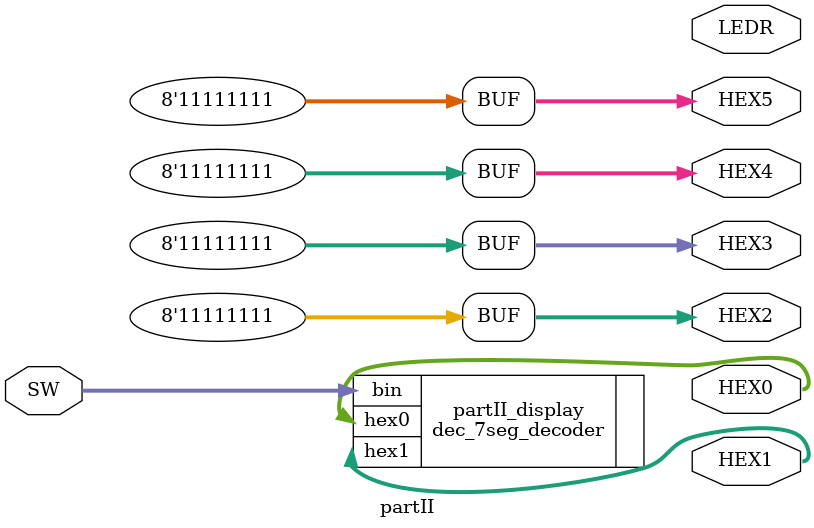
<source format=v>


module partII(

	//////////// SEG7 //////////
	output		     [7:0]		HEX0,
	output		     [7:0]		HEX1,
	output		     [7:0]		HEX2,
	output		     [7:0]		HEX3,
	output		     [7:0]		HEX4,
	output		     [7:0]		HEX5,

	//////////// LED //////////
	output		     [9:0]		LEDR,

	//////////// SW //////////
	input 		     [9:0]		SW
);



//=======================================================
//  REG/WIRE declarations
//=======================================================




//=======================================================
//  Structural coding
//=======================================================

//module dec_7seg_decoder
//(
//	input [2:0]
//			bin,
//	output [7:0]
//			hex0,
//			hex1
//);

// Make a new dec_7seg_decoder instance from the dec_7seg_decoder.v and make appropriate assignment
dec_7seg_decoder partII_display (
	.bin(SW),
	.hex0(HEX0),
	.hex1(HEX1)
);





// Logic for partII
//
//// HEX0
//assign HEX0[7] = 1;
//
//assign HEX0[6] = (!SW[3] & !SW[2] & !SW[1]) | (SW[3] & !SW[2] & SW[1]) | (!SW[3] & SW[2] & SW[1] & SW[0]);
//
//assign HEX0[5] = (!SW[3] & !SW[2] & SW[0]) | (!SW[3] & !SW[2] & SW[1]) | (!SW[3] & SW[1] & SW[0]) | (!SW[2] & SW[1] & SW[0]) | (SW[3] & SW[2] & !SW[1]);
//
//assign HEX0[4] = (SW[0]) | (!SW[3] & SW[2] & !SW[1]) | (SW[3] & SW[2] & SW[1]);
//
//assign HEX0[3] = (!SW[2] & !SW[1] & SW[0]) | (SW[3] & !SW[2] & SW[0]) | (!SW[3] & SW[2] & !SW[1] & !SW[0]) | (!SW[3] & SW[2] & SW[1] & SW[0]) | (SW[3] & SW[2] & SW[1] & !SW[0]);
//
//assign HEX0[2] = (!SW[3] & !SW[2] & SW[1] & !SW[0]) | (SW[3] & SW[2] & !SW[1] & !SW[0]);
//
//assign HEX0[1] = (!SW[3] & SW[2] & !SW[1] & SW[0]) | (!SW[3] & SW[2] & SW[1] & !SW[0]) | (SW[3] & SW[2] & SW[1] & SW[0]);
//
//assign HEX0[0] = (!SW[3] & !SW[2] & !SW[1] & SW[0]) | (!SW[3] & SW[2] & !SW[1] & !SW[0]) | (SW[3] & !SW[2] & SW[1] & SW[0]) | (SW[3] & SW[2] & SW[1] & !SW[0]);
//
//
//// HEX1
//assign HEX1[7] = 1;
//
//assign HEX1[6] = 1;
//
//assign HEX1[5] = (SW[3] & SW[1]) | (SW[3] & SW[2]);
//
//assign HEX1[4] = HEX1[5];
//
//assign HEX1[3] = HEX1[5];
//
//assign HEX1[2] = 0;
//
//assign HEX1[1] = 0;
//
//assign HEX1[0] = HEX1[5];
//

// Turn off the rest of the displays
assign HEX2 = 8'b11111111;
assign HEX3 = 8'b11111111;
assign HEX4 = 8'b11111111;
assign HEX5 = 8'b11111111;

endmodule

</source>
